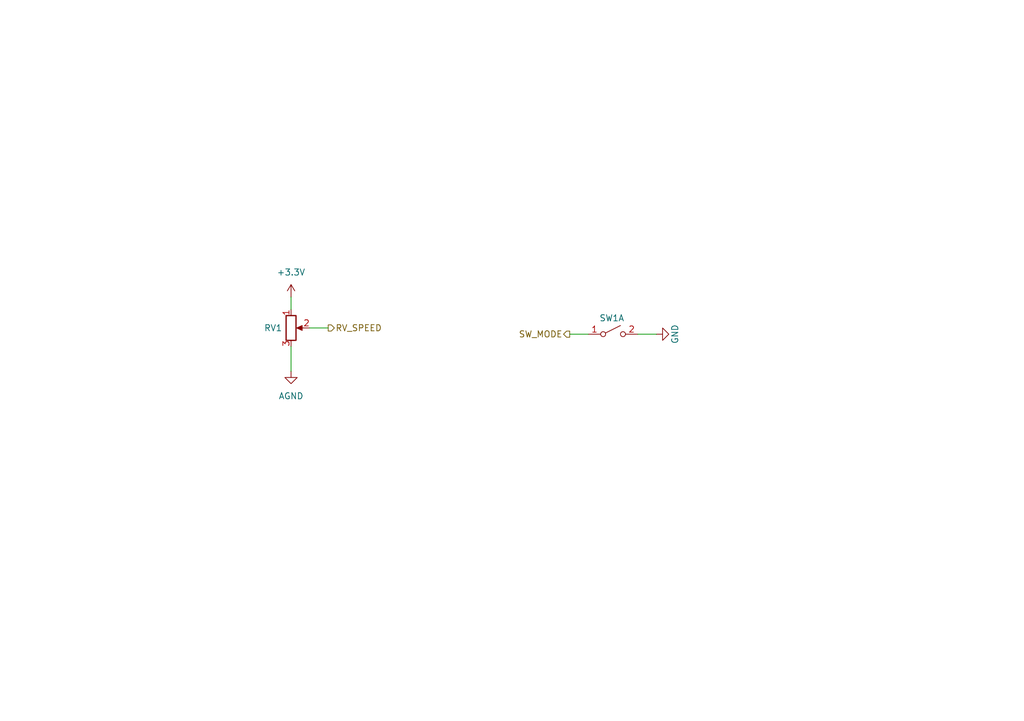
<source format=kicad_sch>
(kicad_sch (version 20250114) (generator "eeschema") (generator_version "9.0")
  (paper "A5")
  (lib_symbols
    (symbol "Device:R_Potentiometer" (pin_names (offset 1.016) (hide yes))
      (property "Reference" "RV" (at -4.445 0 90))
      (property "Value" "R_Potentiometer" (at -2.54 0 90))
      (symbol "R_Potentiometer_0_1"
        (rectangle (start 1.016 2.54) (end -1.016 -2.54) (stroke (width 0.254)))
        (polyline (pts (xy 1.143 0) (xy 2.286 0.508) (xy 2.286 -0.508) (xy 1.143 0)) (fill (type outline)))
        (polyline (pts (xy 2.54 0) (xy 1.524 0)))
      )
      (symbol "R_Potentiometer_1_1"
        (pin passive line (at 0 3.81 270) (length 1.27) (name "1") (number "1"))
        (pin passive line (at 0 -3.81 90) (length 1.27) (name "3") (number "3"))
        (pin passive line (at 3.81 0 180) (length 1.27) (name "2") (number "2"))
      )
    )
    (symbol "Switch:SW_DPST_x2" (pin_names (offset 0) (hide yes))
      (property "Reference" "SW" (at 0 3.175 0))
      (property "Value" "SW_DPST_x2" (at 0 -2.54 0))
      (symbol "SW_DPST_x2_0_0"
        (circle (center -2.032 0) (radius 0.508))
        (polyline (pts (xy -1.524 0.254) (xy 1.524 1.778)))
        (circle (center 2.032 0) (radius 0.508))
      )
      (symbol "SW_DPST_x2_1_1"
        (pin passive line (at -5.08 0 0) (length 2.54) (name "A") (number "1"))
        (pin passive line (at 5.08 0 180) (length 2.54) (name "B") (number "2"))
      )
      (symbol "SW_DPST_x2_2_1"
        (pin passive line (at -5.08 0 0) (length 2.54) (name "A") (number "3"))
        (pin passive line (at 5.08 0 180) (length 2.54) (name "B") (number "4"))
      )
    )
    (symbol "power:+5V" (power) (pin_numbers (hide yes)) (pin_names (offset 0) (hide yes))
      (property "Value" "+5V" (at 0 3.556 0))
      (symbol "+5V_0_1"
        (polyline (pts (xy -0.762 1.27) (xy 0 2.54)))
        (polyline (pts (xy 0 2.54) (xy 0.762 1.27)))
        (polyline (pts (xy 0 0) (xy 0 2.54)))
      )
      (symbol "+5V_1_1"
        (pin power_in line (at 0 0 90) (length 0) (name "~") (number "1"))
      )
    )
    (symbol "power:GND" (power) (pin_numbers (hide yes)) (pin_names (offset 0) (hide yes))
      (property "Value" "GND" (at 0 -3.81 0))
      (symbol "GND_0_1"
        (polyline (pts (xy 0 0) (xy 0 -1.27) (xy 1.27 -1.27) (xy 0 -2.54) (xy -1.27 -1.27) (xy 0 -1.27)))
      )
      (symbol "GND_1_1"
        (pin power_in line (at 0 0 270) (length 0) (name "~") (number "1"))
      )
    )
    (symbol "power:GND1" (power) (pin_numbers (hide yes)) (pin_names (offset 0) (hide yes))
      (property "Value" "GND1" (at 0 -3.81 0))
      (symbol "GND1_0_1"
        (polyline (pts (xy 0 0) (xy 0 -1.27) (xy 1.27 -1.27) (xy 0 -2.54) (xy -1.27 -1.27) (xy 0 -1.27)))
      )
      (symbol "GND1_1_1"
        (pin power_in line (at 0 0 270) (length 0) (name "~") (number "1"))
      )
    )
  )
  (wire (pts (xy 130.81 68.58) (xy 134.62 68.58)))
  (wire (pts (xy 59.69 60.96) (xy 59.69 63.5)))
  (wire (pts (xy 63.5 67.31) (xy 67.31 67.31)))
  (wire (pts (xy 59.69 71.12) (xy 59.69 76.2)))
  (wire (pts (xy 116.84 68.58) (xy 120.65 68.58)))
  (hierarchical_label "RV_SPEED" (shape output) (at 67.31 67.31 0))
  (hierarchical_label "SW_MODE" (shape output) (at 116.84 68.58 180))
  (symbol (lib_id "Device:R_Potentiometer") (at 59.69 67.31 0) (unit 1)
    (property "Reference" "RV1" (at 57.912 67.31 0) (effects (justify right)))
    (property "Value" "100k" (effects (hide yes)))
    (property "Footprint" "Potentiometer_THT:Potentiometer_Alps_RK09K_Single_Vertical" (effects (hide yes)))
    (property "Description" "CUSTOM" (effects (hide yes)))
    (property "Manufacturer Part Number" "RK09D1130-F30-C0-B104 " (effects (hide yes)))
    (property "Mouser number" "688-RK09D1130F30B104" (effects (hide yes)))
  )
  (symbol (lib_id "power:GND1") (at 59.69 76.2 0) (unit 1)
    (property "Reference" "#PWR02" (effects (hide yes)))
    (property "Value" "AGND" (at 59.69 81.28 0))
    (property "Description" "Power symbol creates a global label with name \"GND1\" , ground" (effects (hide yes)))
  )
  (symbol (lib_id "power:GND") (at 134.62 68.58 90) (unit 1)
    (property "Reference" "#PWR04" (effects (hide yes)))
    (property "Value" "GND" (at 138.43 68.58 0))
    (property "Description" "Power symbol creates a global label with name \"GND\" , ground" (effects (hide yes)))
  )
  (symbol (lib_id "Switch:SW_DPST_x2") (at 125.73 68.58 0) (unit 1)
    (property "Reference" "SW1" (at 125.476 65.278 0))
    (property "Value" "BTN" (effects (hide yes)))
    (property "Footprint" "Button_Switch_SMD:SW_SPST_Omron_B3FS-105xP" (effects (hide yes)))
    (property "Description" "CUSTOM" (effects (hide yes)))
    (property "Manufacturer Part Number" "B3FS-1095P " (effects (hide yes)))
    (property "Mouser number" "653-B3FS1095P" (effects (hide yes)))
  )
  (symbol (lib_id "power:+5V") (at 59.69 60.96 0) (unit 1)
    (property "Reference" "#PWR01" (effects (hide yes)))
    (property "Value" "+3.3V" (at 59.69 55.88 0))
    (property "Description" "Power symbol creates a global label with name \"+5V\"" (effects (hide yes)))
  )
)
</source>
